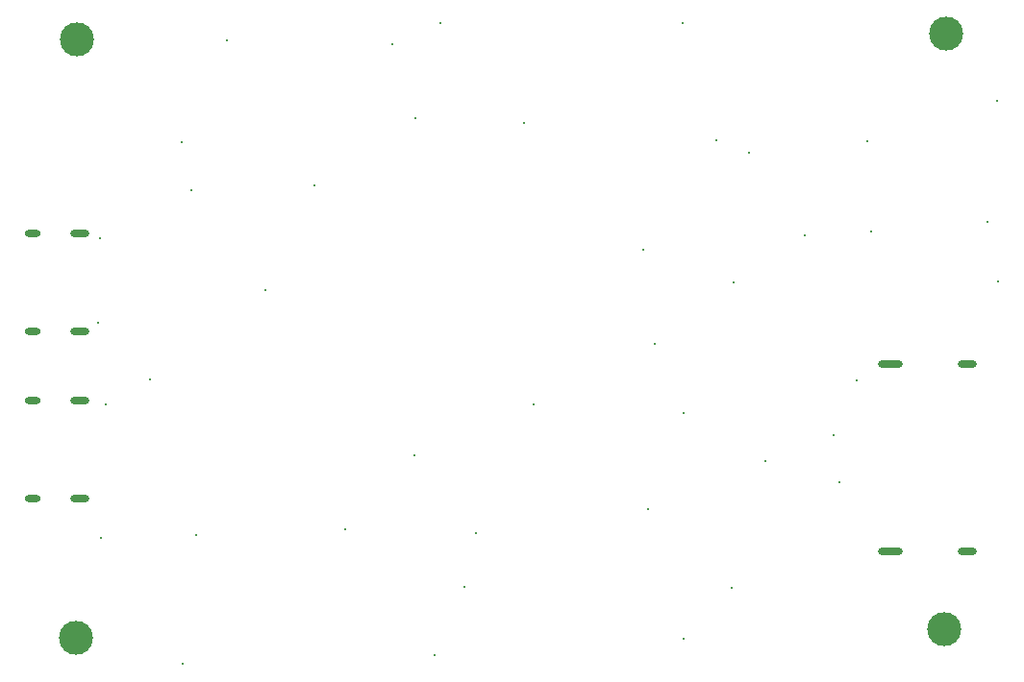
<source format=gbr>
%TF.GenerationSoftware,Altium Limited,Altium Designer,23.4.1 (23)*%
G04 Layer_Color=0*
%FSLAX45Y45*%
%MOMM*%
%TF.SameCoordinates,C80D94D6-ACD9-4930-820E-424AA932BAC3*%
%TF.FilePolarity,Positive*%
%TF.FileFunction,Plated,1,4,PTH,Drill*%
%TF.Part,Single*%
G01*
G75*
%TA.AperFunction,ComponentDrill*%
%ADD84O,1.70000X0.60000*%
%ADD85O,1.40000X0.60000*%
%ADD86O,2.20000X0.60000*%
%ADD87O,1.70000X0.60000*%
%TA.AperFunction,ViaDrill,NotFilled*%
%ADD88C,0.15000*%
%ADD89C,0.20000*%
%ADD90C,0.30000*%
%ADD91C,3.00000*%
D84*
X9535500Y6435500D02*
D03*
Y7299500D02*
D03*
X9538000Y7913000D02*
D03*
Y8777000D02*
D03*
D85*
X9117500Y6435500D02*
D03*
Y7299500D02*
D03*
X9120000Y7913000D02*
D03*
Y8777000D02*
D03*
D86*
X16671500Y5975000D02*
D03*
Y7625000D02*
D03*
D87*
X17349500Y5975000D02*
D03*
Y7625000D02*
D03*
D88*
X12470000Y7980000D02*
D03*
X12550000Y8060000D02*
D03*
X12390000Y8540000D02*
D03*
X12470000Y8380000D02*
D03*
X12710000Y8140000D02*
D03*
Y7660000D02*
D03*
X12390000Y8780000D02*
D03*
X12628759Y8438711D02*
D03*
X13121265Y8528735D02*
D03*
X13030000Y8620000D02*
D03*
X12950000Y8380000D02*
D03*
X12231658Y8221658D02*
D03*
X12710000Y8860000D02*
D03*
Y8780000D02*
D03*
X12790000D02*
D03*
X13030000Y8700000D02*
D03*
X12000000Y7620000D02*
D03*
X12470000Y7500000D02*
D03*
X13110001Y8300000D02*
D03*
X13030000Y8380000D02*
D03*
X12550000Y8300000D02*
D03*
X11570000Y7400000D02*
D03*
X13270000Y8620000D02*
D03*
X13430000Y8540000D02*
D03*
X12863342Y8133342D02*
D03*
X12790000Y8220000D02*
D03*
X13030000Y8140000D02*
D03*
X12390000Y7980000D02*
D03*
X13110001Y7500000D02*
D03*
X13110001Y7820000D02*
D03*
X13430000D02*
D03*
X13850000Y8210000D02*
D03*
X12150000Y7980000D02*
D03*
X12230000Y7820000D02*
D03*
X12950000Y7420000D02*
D03*
X12220000Y8930000D02*
D03*
X12470000Y8860000D02*
D03*
X13270000Y8780000D02*
D03*
X13430000D02*
D03*
X12390000Y7420000D02*
D03*
X12790000Y7980000D02*
D03*
X12950000D02*
D03*
X13030000Y8220000D02*
D03*
X12310000Y8620000D02*
D03*
X13030000Y7900000D02*
D03*
Y7820000D02*
D03*
X13430000Y8300000D02*
D03*
Y8220000D02*
D03*
X12870000Y8780000D02*
D03*
X12150000D02*
D03*
X12470000Y8220000D02*
D03*
X12390000Y8300000D02*
D03*
X12230000Y8460000D02*
D03*
Y8620000D02*
D03*
D89*
X16380000Y7480000D02*
D03*
X12480000Y6820000D02*
D03*
X16170000Y7000000D02*
D03*
X16220000Y6580000D02*
D03*
D90*
X14500000Y8630000D02*
D03*
X15920000Y8760000D02*
D03*
X12919000Y5661000D02*
D03*
X13530000Y7270000D02*
D03*
X14600000Y7800000D02*
D03*
X10560000Y6120000D02*
D03*
X11870000Y6170000D02*
D03*
X14850000Y7190000D02*
D03*
X15289999Y8340000D02*
D03*
X11170000Y8280000D02*
D03*
X15430000Y9490000D02*
D03*
X15139999Y9600000D02*
D03*
X16470000Y9590000D02*
D03*
X13020000Y6130000D02*
D03*
X9710000Y8730000D02*
D03*
X9700000Y7990000D02*
D03*
X15570000Y6770000D02*
D03*
X14839999Y10630000D02*
D03*
X12490000Y9790000D02*
D03*
X13450000Y9750000D02*
D03*
X14539999Y6350000D02*
D03*
X15280000Y5650000D02*
D03*
X14850000Y5200000D02*
D03*
X12661250Y5055000D02*
D03*
X10440000Y4980000D02*
D03*
X9720000Y6090000D02*
D03*
X9760000Y7270000D02*
D03*
X10152500Y7492500D02*
D03*
X10430000Y9580000D02*
D03*
X10520000Y9160000D02*
D03*
X11600000Y9200000D02*
D03*
X17530000Y8880000D02*
D03*
X16500000Y8790000D02*
D03*
X17620000Y8350000D02*
D03*
X17610001Y9940000D02*
D03*
X12286569Y10440000D02*
D03*
X10827300Y10477100D02*
D03*
X12708400Y10627100D02*
D03*
D91*
X17150000Y5290000D02*
D03*
X9500000Y5210000D02*
D03*
X9510000Y10490000D02*
D03*
X17160001Y10540000D02*
D03*
%TF.MD5,de2597abc0822b844157cd970b513c23*%
M02*

</source>
